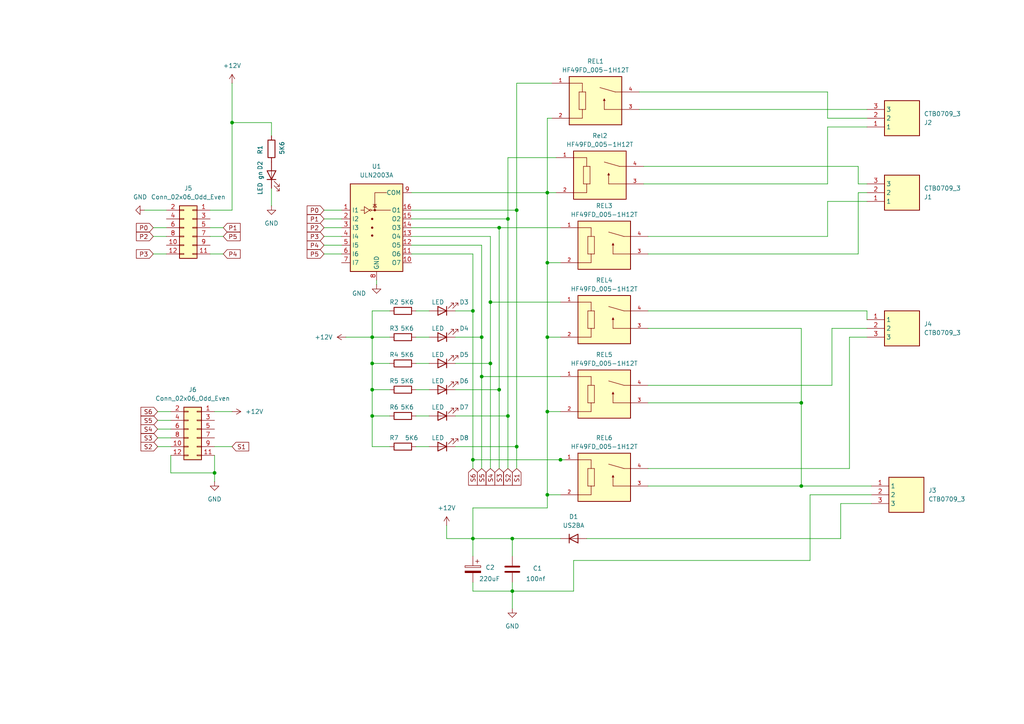
<source format=kicad_sch>
(kicad_sch (version 20250114) (generator "eeschema") (generator_version "9.0")
  (paper "A4")
  (title_block (date "2025-08-10") (rev "A1"))
  (lib_symbols
    (symbol "Connector_Generic:Conn_02x06_Odd_Even" (pin_names (offset 1.016) (hide yes))
      (property "Reference" "J" (at 1.27 7.62 0))
      (property "Value" "Conn_02x06_Odd_Even" (at 1.27 -10.16 0))
      (symbol "Conn_02x06_Odd_Even_1_1"
        (rectangle (start -1.27 6.35) (end 3.81 -8.89) (stroke (width 0.254)) (fill (type background)))
        (rectangle (start -1.27 5.207) (end 0 4.953) (stroke (width 0.1524)))
        (rectangle (start -1.27 2.667) (end 0 2.413) (stroke (width 0.1524)))
        (rectangle (start -1.27 0.127) (end 0 -0.127) (stroke (width 0.1524)))
        (rectangle (start -1.27 -2.413) (end 0 -2.667) (stroke (width 0.1524)))
        (rectangle (start -1.27 -4.953) (end 0 -5.207) (stroke (width 0.1524)))
        (rectangle (start -1.27 -7.493) (end 0 -7.747) (stroke (width 0.1524)))
        (rectangle (start 3.81 5.207) (end 2.54 4.953) (stroke (width 0.1524)))
        (rectangle (start 3.81 2.667) (end 2.54 2.413) (stroke (width 0.1524)))
        (rectangle (start 3.81 0.127) (end 2.54 -0.127) (stroke (width 0.1524)))
        (rectangle (start 3.81 -2.413) (end 2.54 -2.667) (stroke (width 0.1524)))
        (rectangle (start 3.81 -4.953) (end 2.54 -5.207) (stroke (width 0.1524)))
        (rectangle (start 3.81 -7.493) (end 2.54 -7.747) (stroke (width 0.1524)))
        (pin passive line (at -5.08 5.08 0) (length 3.81) (name "Pin_1") (number "1"))
        (pin passive line (at -5.08 2.54 0) (length 3.81) (name "Pin_3") (number "3"))
        (pin passive line (at -5.08 0 0) (length 3.81) (name "Pin_5") (number "5"))
        (pin passive line (at -5.08 -2.54 0) (length 3.81) (name "Pin_7") (number "7"))
        (pin passive line (at -5.08 -5.08 0) (length 3.81) (name "Pin_9") (number "9"))
        (pin passive line (at -5.08 -7.62 0) (length 3.81) (name "Pin_11") (number "11"))
        (pin passive line (at 7.62 5.08 180) (length 3.81) (name "Pin_2") (number "2"))
        (pin passive line (at 7.62 2.54 180) (length 3.81) (name "Pin_4") (number "4"))
        (pin passive line (at 7.62 0 180) (length 3.81) (name "Pin_6") (number "6"))
        (pin passive line (at 7.62 -2.54 180) (length 3.81) (name "Pin_8") (number "8"))
        (pin passive line (at 7.62 -5.08 180) (length 3.81) (name "Pin_10") (number "10"))
        (pin passive line (at 7.62 -7.62 180) (length 3.81) (name "Pin_12") (number "12"))
      )
    )
    (symbol "Device:C" (pin_numbers (hide yes)) (pin_names (offset 0.254))
      (property "Reference" "C" (at 0.635 2.54 0))
      (property "Value" "C" (at 0.635 -2.54 0))
      (symbol "C_0_1"
        (polyline (pts (xy -2.032 0.762) (xy 2.032 0.762)) (stroke (width 0.508)))
        (polyline (pts (xy -2.032 -0.762) (xy 2.032 -0.762)) (stroke (width 0.508)))
      )
      (symbol "C_1_1"
        (pin passive line (at 0 3.81 270) (length 2.794) (name "~") (number "1"))
        (pin passive line (at 0 -3.81 90) (length 2.794) (name "~") (number "2"))
      )
    )
    (symbol "Device:C_Polarized" (pin_numbers (hide yes)) (pin_names (offset 0.254))
      (property "Reference" "C" (at 0.635 2.54 0))
      (property "Value" "C_Polarized" (at 0.635 -2.54 0))
      (symbol "C_Polarized_0_1"
        (rectangle (start -2.286 0.508) (end 2.286 1.016))
        (polyline (pts (xy -1.778 2.286) (xy -0.762 2.286)))
        (polyline (pts (xy -1.27 2.794) (xy -1.27 1.778)))
        (rectangle (start 2.286 -0.508) (end -2.286 -1.016) (fill (type outline)))
      )
      (symbol "C_Polarized_1_1"
        (pin passive line (at 0 3.81 270) (length 2.794) (name "~") (number "1"))
        (pin passive line (at 0 -3.81 90) (length 2.794) (name "~") (number "2"))
      )
    )
    (symbol "Device:LED" (pin_numbers (hide yes)) (pin_names (offset 1.016) (hide yes))
      (property "Reference" "D" (at 0 2.54 0))
      (property "Value" "LED" (at 0 -2.54 0))
      (symbol "LED_0_1"
        (polyline (pts (xy -3.048 -0.762) (xy -4.572 -2.286) (xy -3.81 -2.286) (xy -4.572 -2.286) (xy -4.572 -1.524)))
        (polyline (pts (xy -1.778 -0.762) (xy -3.302 -2.286) (xy -2.54 -2.286) (xy -3.302 -2.286) (xy -3.302 -1.524)))
        (polyline (pts (xy -1.27 0) (xy 1.27 0)))
        (polyline (pts (xy -1.27 -1.27) (xy -1.27 1.27)) (stroke (width 0.254)))
        (polyline (pts (xy 1.27 -1.27) (xy 1.27 1.27) (xy -1.27 0) (xy 1.27 -1.27)) (stroke (width 0.254)))
      )
      (symbol "LED_1_1"
        (pin passive line (at -3.81 0 0) (length 2.54) (name "K") (number "1"))
        (pin passive line (at 3.81 0 180) (length 2.54) (name "A") (number "2"))
      )
    )
    (symbol "Device:R" (pin_numbers (hide yes)) (pin_names (offset 0))
      (property "Reference" "R" (at 2.032 0 90))
      (property "Value" "R" (at 0 0 90))
      (symbol "R_0_1"
        (rectangle (start -1.016 -2.54) (end 1.016 2.54) (stroke (width 0.254)))
      )
      (symbol "R_1_1"
        (pin passive line (at 0 3.81 270) (length 1.27) (name "~") (number "1"))
        (pin passive line (at 0 -3.81 90) (length 1.27) (name "~") (number "2"))
      )
    )
    (symbol "Diode:US2BA" (pin_numbers (hide yes)) (pin_names (hide yes))
      (property "Reference" "D" (at 0 2.54 0))
      (property "Value" "US2BA" (at 0 -2.54 0))
      (symbol "US2BA_0_1"
        (polyline (pts (xy -1.27 1.27) (xy -1.27 -1.27)) (stroke (width 0.254)))
        (polyline (pts (xy 1.27 1.27) (xy 1.27 -1.27) (xy -1.27 0) (xy 1.27 1.27)) (stroke (width 0.254)))
        (polyline (pts (xy 1.27 0) (xy -1.27 0)))
      )
      (symbol "US2BA_1_1"
        (pin passive line (at -3.81 0 0) (length 2.54) (name "K") (number "1"))
        (pin passive line (at 3.81 0 180) (length 2.54) (name "A") (number "2"))
      )
    )
    (symbol "LED_1" (pin_numbers (hide yes)) (pin_names (offset 1.016) (hide yes))
      (property "Reference" "D" (at 0 2.54 0))
      (property "Value" "LED" (at 0 -2.54 0))
      (symbol "LED_1_0_1"
        (polyline (pts (xy -3.048 -0.762) (xy -4.572 -2.286) (xy -3.81 -2.286) (xy -4.572 -2.286) (xy -4.572 -1.524)))
        (polyline (pts (xy -1.778 -0.762) (xy -3.302 -2.286) (xy -2.54 -2.286) (xy -3.302 -2.286) (xy -3.302 -1.524)))
        (polyline (pts (xy -1.27 0) (xy 1.27 0)))
        (polyline (pts (xy -1.27 -1.27) (xy -1.27 1.27)) (stroke (width 0.254)))
        (polyline (pts (xy 1.27 -1.27) (xy 1.27 1.27) (xy -1.27 0) (xy 1.27 -1.27)) (stroke (width 0.254)))
      )
      (symbol "LED_1_1_1"
        (pin passive line (at -3.81 0 0) (length 2.54) (name "K") (number "1"))
        (pin passive line (at 3.81 0 180) (length 2.54) (name "A") (number "2"))
      )
    )
    (symbol "My_Library:CTB0709_3"
      (property "Reference" "J" (at 16.51 7.62 0))
      (property "Value" "CTB0709_3" (at 16.51 5.08 0))
      (symbol "CTB0709_3_1_1"
        (rectangle (start 5.08 2.54) (end 15.24 -7.62) (stroke (width 0.254)) (fill (type background)))
        (pin passive line (at 0 0 0) (length 5.08) (name "1") (number "1"))
        (pin passive line (at 0 -2.54 0) (length 5.08) (name "2") (number "2"))
        (pin passive line (at 0 -5.08 0) (length 5.08) (name "3") (number "3"))
      )
    )
    (symbol "My_Library:HF49FD_005-1H12T" (pin_names (offset 1.016))
      (property "Reference" "K" (at -7.62 7.62 0))
      (property "Value" "HF49FD_005-1H12T" (at -7.62 -7.62 0))
      (symbol "HF49FD_005-1H12T_0_0"
        (polyline (pts (xy -7.62 5.08) (xy -3.81 5.08)) (stroke (width 0.1524)))
        (polyline (pts (xy -7.62 -5.08) (xy -3.81 -5.08)) (stroke (width 0.1524)))
        (rectangle (start -7.62 -6.985) (end 7.62 6.985) (stroke (width 0.254)) (fill (type background)))
        (polyline (pts (xy -4.7625 2.54) (xy -2.8575 2.54)) (stroke (width 0.1524)))
        (polyline (pts (xy -4.7625 -2.54) (xy -4.7625 2.54)) (stroke (width 0.1524)))
        (polyline (pts (xy -3.81 5.08) (xy -3.81 2.54)) (stroke (width 0.1524)))
        (polyline (pts (xy -3.81 -2.54) (xy -4.7625 -2.54)) (stroke (width 0.1524)))
        (polyline (pts (xy -3.81 -5.08) (xy -3.81 -2.54)) (stroke (width 0.1524)))
        (polyline (pts (xy -2.8575 2.54) (xy -2.8575 -2.54)) (stroke (width 0.1524)))
        (polyline (pts (xy -2.8575 -2.54) (xy -3.81 -2.54)) (stroke (width 0.1524)))
        (polyline (pts (xy 2.2225 0) (xy 2.8575 0) (xy 2.54 0.635) (xy 2.2225 0)) (stroke (width 0.0254)) (fill (type outline)))
        (polyline (pts (xy 2.54 -2.54) (xy 2.54 0)) (stroke (width 0.1524)))
        (polyline (pts (xy 5.715 2.54) (xy 1.27 3.81)) (stroke (width 0.1524)))
        (polyline (pts (xy 7.62 2.54) (xy 5.715 2.54)) (stroke (width 0.1524)))
        (polyline (pts (xy 7.62 -2.54) (xy 2.54 -2.54)) (stroke (width 0.1524)))
        (pin passive line (at -12.7 5.08 0) (length 5.08) (name "~") (number "1"))
        (pin passive line (at -12.7 -5.08 0) (length 5.08) (name "~") (number "2"))
        (pin passive line (at 12.7 2.54 180) (length 5.08) (name "~") (number "4"))
        (pin passive line (at 12.7 -2.54 180) (length 5.08) (name "~") (number "3"))
      )
    )
    (symbol "Transistor_Array:ULN2003A"
      (property "Reference" "U" (at 0 15.875 0))
      (property "Value" "ULN2003A" (at 0 13.97 0))
      (symbol "ULN2003A_0_1"
        (rectangle (start -7.62 -12.7) (end 7.62 12.7) (stroke (width 0.254)) (fill (type background)))
        (polyline (pts (xy -4.572 5.08) (xy -3.556 5.08)))
        (polyline (pts (xy -3.556 6.096) (xy -3.556 4.064) (xy -2.032 5.08) (xy -3.556 6.096)))
        (circle (center -1.778 5.08) (radius 0.254))
        (polyline (pts (xy -1.524 5.08) (xy 4.064 5.08)))
        (circle (center -1.27 2.54) (radius 0.254) (fill (type outline)))
        (circle (center -1.27 0) (radius 0.254) (fill (type outline)))
        (circle (center -1.27 -2.286) (radius 0.254) (fill (type outline)))
        (circle (center -0.508 5.08) (radius 0.254) (fill (type outline)))
        (polyline (pts (xy -0.508 5.08) (xy -0.508 10.16) (xy 2.921 10.16)))
        (polyline (pts (xy 0 6.731) (xy -1.016 6.731)))
        (polyline (pts (xy 0 5.969) (xy -1.016 5.969) (xy -0.508 6.731) (xy 0 5.969)))
      )
      (symbol "ULN2003A_1_1"
        (pin input line (at -10.16 5.08 0) (length 2.54) (name "I1") (number "1"))
        (pin input line (at -10.16 2.54 0) (length 2.54) (name "I2") (number "2"))
        (pin input line (at -10.16 0 0) (length 2.54) (name "I3") (number "3"))
        (pin input line (at -10.16 -2.54 0) (length 2.54) (name "I4") (number "4"))
        (pin input line (at -10.16 -5.08 0) (length 2.54) (name "I5") (number "5"))
        (pin input line (at -10.16 -7.62 0) (length 2.54) (name "I6") (number "6"))
        (pin input line (at -10.16 -10.16 0) (length 2.54) (name "I7") (number "7"))
        (pin power_in line (at 0 -15.24 90) (length 2.54) (name "GND") (number "8"))
        (pin passive line (at 10.16 10.16 180) (length 2.54) (name "COM") (number "9"))
        (pin open_collector line (at 10.16 5.08 180) (length 2.54) (name "O1") (number "16"))
        (pin open_collector line (at 10.16 2.54 180) (length 2.54) (name "O2") (number "15"))
        (pin open_collector line (at 10.16 0 180) (length 2.54) (name "O3") (number "14"))
        (pin open_collector line (at 10.16 -2.54 180) (length 2.54) (name "O4") (number "13"))
        (pin open_collector line (at 10.16 -5.08 180) (length 2.54) (name "O5") (number "12"))
        (pin open_collector line (at 10.16 -7.62 180) (length 2.54) (name "O6") (number "11"))
        (pin open_collector line (at 10.16 -10.16 180) (length 2.54) (name "O7") (number "10"))
      )
    )
    (symbol "power:+12V" (power) (pin_numbers (hide yes)) (pin_names (offset 0) (hide yes))
      (property "Value" "+12V" (at 0 3.556 0))
      (symbol "+12V_0_1"
        (polyline (pts (xy -0.762 1.27) (xy 0 2.54)))
        (polyline (pts (xy 0 2.54) (xy 0.762 1.27)))
        (polyline (pts (xy 0 0) (xy 0 2.54)))
      )
      (symbol "+12V_1_1"
        (pin power_in line (at 0 0 90) (length 0) (name "~") (number "1"))
      )
    )
    (symbol "power:GND" (power) (pin_numbers (hide yes)) (pin_names (offset 0) (hide yes))
      (property "Value" "GND" (at 0 -3.81 0))
      (symbol "GND_0_1"
        (polyline (pts (xy 0 0) (xy 0 -1.27) (xy 1.27 -1.27) (xy 0 -2.54) (xy -1.27 -1.27) (xy 0 -1.27)))
      )
      (symbol "GND_1_1"
        (pin power_in line (at 0 0 270) (length 0) (name "~") (number "1"))
      )
    )
  )
  (junction (at 142.24 105.41))
  (junction (at 62.23 137.16))
  (junction (at 158.75 76.2))
  (junction (at 162.56 133.35))
  (junction (at 158.75 143.51))
  (junction (at 148.59 156.21))
  (junction (at 158.75 55.88))
  (junction (at 107.95 105.41))
  (junction (at 158.75 119.38))
  (junction (at 67.31 35.56))
  (junction (at 137.16 90.17))
  (junction (at 147.32 63.5))
  (junction (at 107.95 113.03))
  (junction (at 139.7 109.22))
  (junction (at 144.78 113.03))
  (junction (at 107.95 97.79))
  (junction (at 147.32 120.65))
  (junction (at 137.16 156.21))
  (junction (at 137.16 133.35))
  (junction (at 148.59 171.45))
  (junction (at 142.24 87.63))
  (junction (at 144.78 66.04))
  (junction (at 158.75 97.79))
  (junction (at 232.41 116.84))
  (junction (at 149.86 129.54))
  (junction (at 107.95 120.65))
  (junction (at 232.41 140.97))
  (junction (at 149.86 60.96))
  (junction (at 139.7 97.79))
  (wire (pts (xy 62.23 119.38) (xy 67.31 119.38)))
  (wire (pts (xy 139.7 97.79) (xy 139.7 109.22)))
  (wire (pts (xy 119.38 68.58) (xy 142.24 68.58)))
  (wire (pts (xy 243.84 146.05) (xy 252.73 146.05)))
  (wire (pts (xy 187.96 90.17) (xy 251.46 90.17)))
  (wire (pts (xy 147.32 63.5) (xy 147.32 120.65)))
  (wire (pts (xy 186.69 48.26) (xy 248.92 48.26)))
  (wire (pts (xy 147.32 45.72) (xy 147.32 63.5)))
  (wire (pts (xy 49.53 132.08) (xy 49.53 137.16)))
  (wire (pts (xy 132.08 105.41) (xy 142.24 105.41)))
  (wire (pts (xy 246.38 135.89) (xy 246.38 97.79)))
  (wire (pts (xy 45.72 127) (xy 49.53 127)))
  (wire (pts (xy 243.84 156.21) (xy 243.84 146.05)))
  (wire (pts (xy 139.7 71.12) (xy 119.38 71.12)))
  (wire (pts (xy 240.03 36.83) (xy 251.46 36.83)))
  (wire (pts (xy 149.86 135.89) (xy 149.86 129.54)))
  (wire (pts (xy 67.31 35.56) (xy 67.31 60.96)))
  (wire (pts (xy 144.78 66.04) (xy 162.56 66.04)))
  (wire (pts (xy 240.03 53.34) (xy 240.03 36.83)))
  (wire (pts (xy 62.23 132.08) (xy 62.23 137.16)))
  (wire (pts (xy 119.38 60.96) (xy 149.86 60.96)))
  (wire (pts (xy 187.96 73.66) (xy 248.92 73.66)))
  (wire (pts (xy 137.16 73.66) (xy 119.38 73.66)))
  (wire (pts (xy 107.95 105.41) (xy 113.03 105.41)))
  (wire (pts (xy 78.74 35.56) (xy 78.74 39.37)))
  (wire (pts (xy 148.59 156.21) (xy 162.56 156.21)))
  (wire (pts (xy 142.24 68.58) (xy 142.24 87.63)))
  (wire (pts (xy 78.74 54.61) (xy 78.74 59.69)))
  (wire (pts (xy 107.95 97.79) (xy 113.03 97.79)))
  (wire (pts (xy 93.98 63.5) (xy 99.06 63.5)))
  (wire (pts (xy 93.98 71.12) (xy 99.06 71.12)))
  (wire (pts (xy 119.38 63.5) (xy 147.32 63.5)))
  (wire (pts (xy 129.54 152.4) (xy 129.54 156.21)))
  (wire (pts (xy 232.41 95.25) (xy 232.41 116.84)))
  (wire (pts (xy 240.03 26.67) (xy 240.03 34.29)))
  (wire (pts (xy 120.65 97.79) (xy 124.46 97.79)))
  (wire (pts (xy 158.75 119.38) (xy 158.75 143.51)))
  (wire (pts (xy 93.98 68.58) (xy 99.06 68.58)))
  (wire (pts (xy 119.38 55.88) (xy 158.75 55.88)))
  (wire (pts (xy 248.92 55.88) (xy 248.92 73.66)))
  (wire (pts (xy 144.78 113.03) (xy 144.78 135.89)))
  (wire (pts (xy 120.65 120.65) (xy 124.46 120.65)))
  (wire (pts (xy 137.16 90.17) (xy 137.16 133.35)))
  (wire (pts (xy 60.96 68.58) (xy 64.77 68.58)))
  (wire (pts (xy 129.54 156.21) (xy 137.16 156.21)))
  (wire (pts (xy 185.42 31.75) (xy 251.46 31.75)))
  (wire (pts (xy 158.75 147.32) (xy 158.75 143.51)))
  (wire (pts (xy 45.72 119.38) (xy 49.53 119.38)))
  (wire (pts (xy 248.92 55.88) (xy 251.46 55.88)))
  (wire (pts (xy 149.86 24.13) (xy 160.02 24.13)))
  (wire (pts (xy 162.56 133.35) (xy 137.16 133.35)))
  (wire (pts (xy 132.08 90.17) (xy 137.16 90.17)))
  (wire (pts (xy 41.91 60.96) (xy 48.26 60.96)))
  (wire (pts (xy 187.96 95.25) (xy 232.41 95.25)))
  (wire (pts (xy 187.96 68.58) (xy 240.03 68.58)))
  (wire (pts (xy 240.03 68.58) (xy 240.03 58.42)))
  (wire (pts (xy 44.45 73.66) (xy 48.26 73.66)))
  (wire (pts (xy 160.02 34.29) (xy 158.75 34.29)))
  (wire (pts (xy 142.24 87.63) (xy 162.56 87.63)))
  (wire (pts (xy 109.22 81.28) (xy 109.22 82.55)))
  (wire (pts (xy 45.72 121.92) (xy 49.53 121.92)))
  (wire (pts (xy 142.24 87.63) (xy 142.24 105.41)))
  (wire (pts (xy 158.75 76.2) (xy 162.56 76.2)))
  (wire (pts (xy 158.75 119.38) (xy 162.56 119.38)))
  (wire (pts (xy 252.73 143.51) (xy 234.95 143.51)))
  (wire (pts (xy 166.37 171.45) (xy 148.59 171.45)))
  (wire (pts (xy 148.59 168.91) (xy 148.59 171.45)))
  (wire (pts (xy 119.38 66.04) (xy 144.78 66.04)))
  (wire (pts (xy 137.16 156.21) (xy 137.16 161.29)))
  (wire (pts (xy 148.59 171.45) (xy 148.59 176.53)))
  (wire (pts (xy 137.16 156.21) (xy 148.59 156.21)))
  (wire (pts (xy 232.41 116.84) (xy 232.41 140.97)))
  (wire (pts (xy 137.16 90.17) (xy 137.16 73.66)))
  (wire (pts (xy 158.75 147.32) (xy 137.16 147.32)))
  (wire (pts (xy 120.65 113.03) (xy 124.46 113.03)))
  (wire (pts (xy 60.96 60.96) (xy 67.31 60.96)))
  (wire (pts (xy 149.86 129.54) (xy 149.86 60.96)))
  (wire (pts (xy 60.96 66.04) (xy 64.77 66.04)))
  (wire (pts (xy 149.86 60.96) (xy 149.86 24.13)))
  (wire (pts (xy 107.95 113.03) (xy 107.95 120.65)))
  (wire (pts (xy 120.65 90.17) (xy 124.46 90.17)))
  (wire (pts (xy 93.98 73.66) (xy 99.06 73.66)))
  (wire (pts (xy 137.16 168.91) (xy 137.16 171.45)))
  (wire (pts (xy 187.96 116.84) (xy 232.41 116.84)))
  (wire (pts (xy 139.7 109.22) (xy 162.56 109.22)))
  (wire (pts (xy 248.92 53.34) (xy 251.46 53.34)))
  (wire (pts (xy 251.46 90.17) (xy 251.46 92.71)))
  (wire (pts (xy 166.37 162.56) (xy 234.95 162.56)))
  (wire (pts (xy 60.96 73.66) (xy 64.77 73.66)))
  (wire (pts (xy 45.72 124.46) (xy 49.53 124.46)))
  (wire (pts (xy 132.08 129.54) (xy 149.86 129.54)))
  (wire (pts (xy 132.08 97.79) (xy 139.7 97.79)))
  (wire (pts (xy 62.23 129.54) (xy 67.31 129.54)))
  (wire (pts (xy 161.29 45.72) (xy 147.32 45.72)))
  (wire (pts (xy 246.38 97.79) (xy 251.46 97.79)))
  (wire (pts (xy 100.33 97.79) (xy 107.95 97.79)))
  (wire (pts (xy 232.41 140.97) (xy 252.73 140.97)))
  (wire (pts (xy 234.95 143.51) (xy 234.95 162.56)))
  (wire (pts (xy 241.3 95.25) (xy 251.46 95.25)))
  (wire (pts (xy 107.95 120.65) (xy 113.03 120.65)))
  (wire (pts (xy 147.32 120.65) (xy 147.32 135.89)))
  (wire (pts (xy 158.75 34.29) (xy 158.75 55.88)))
  (wire (pts (xy 132.08 113.03) (xy 144.78 113.03)))
  (wire (pts (xy 137.16 147.32) (xy 137.16 156.21)))
  (wire (pts (xy 240.03 58.42) (xy 251.46 58.42)))
  (wire (pts (xy 186.69 53.34) (xy 240.03 53.34)))
  (wire (pts (xy 166.37 162.56) (xy 166.37 171.45)))
  (wire (pts (xy 158.75 97.79) (xy 158.75 119.38)))
  (wire (pts (xy 107.95 129.54) (xy 113.03 129.54)))
  (wire (pts (xy 107.95 97.79) (xy 107.95 105.41)))
  (wire (pts (xy 93.98 60.96) (xy 99.06 60.96)))
  (wire (pts (xy 62.23 137.16) (xy 49.53 137.16)))
  (wire (pts (xy 107.95 90.17) (xy 107.95 97.79)))
  (wire (pts (xy 139.7 135.89) (xy 139.7 109.22)))
  (wire (pts (xy 137.16 133.35) (xy 137.16 135.89)))
  (wire (pts (xy 107.95 113.03) (xy 113.03 113.03)))
  (wire (pts (xy 158.75 55.88) (xy 158.75 76.2)))
  (wire (pts (xy 44.45 66.04) (xy 48.26 66.04)))
  (wire (pts (xy 240.03 34.29) (xy 251.46 34.29)))
  (wire (pts (xy 187.96 140.97) (xy 232.41 140.97)))
  (wire (pts (xy 158.75 76.2) (xy 158.75 97.79)))
  (wire (pts (xy 67.31 35.56) (xy 78.74 35.56)))
  (wire (pts (xy 67.31 24.13) (xy 67.31 35.56)))
  (wire (pts (xy 62.23 137.16) (xy 62.23 139.7)))
  (wire (pts (xy 107.95 120.65) (xy 107.95 129.54)))
  (wire (pts (xy 163.83 133.35) (xy 162.56 133.35)))
  (wire (pts (xy 248.92 48.26) (xy 248.92 53.34)))
  (wire (pts (xy 113.03 90.17) (xy 107.95 90.17)))
  (wire (pts (xy 241.3 111.76) (xy 241.3 95.25)))
  (wire (pts (xy 187.96 111.76) (xy 241.3 111.76)))
  (wire (pts (xy 139.7 71.12) (xy 139.7 97.79)))
  (wire (pts (xy 45.72 129.54) (xy 49.53 129.54)))
  (wire (pts (xy 187.96 135.89) (xy 246.38 135.89)))
  (wire (pts (xy 148.59 156.21) (xy 148.59 161.29)))
  (wire (pts (xy 132.08 120.65) (xy 147.32 120.65)))
  (wire (pts (xy 120.65 129.54) (xy 124.46 129.54)))
  (wire (pts (xy 142.24 105.41) (xy 142.24 135.89)))
  (wire (pts (xy 144.78 66.04) (xy 144.78 113.03)))
  (wire (pts (xy 44.45 68.58) (xy 48.26 68.58)))
  (wire (pts (xy 120.65 105.41) (xy 124.46 105.41)))
  (wire (pts (xy 158.75 97.79) (xy 162.56 97.79)))
  (wire (pts (xy 185.42 26.67) (xy 240.03 26.67)))
  (wire (pts (xy 93.98 66.04) (xy 99.06 66.04)))
  (wire (pts (xy 107.95 105.41) (xy 107.95 113.03)))
  (wire (pts (xy 170.18 156.21) (xy 243.84 156.21)))
  (wire (pts (xy 148.59 171.45) (xy 137.16 171.45)))
  (wire (pts (xy 158.75 143.51) (xy 162.56 143.51)))
  (wire (pts (xy 158.75 55.88) (xy 161.29 55.88)))
  (global_label "S2" (shape input) (at 147.32 135.89 270) (property "Intersheetrefs" "${INTERSHEET_REFS}" (effects (hide yes))))
  (global_label "S3" (shape input) (at 45.72 127 180) (property "Intersheetrefs" "${INTERSHEET_REFS}" (effects (hide yes))))
  (global_label "P3" (shape input) (at 44.45 73.66 180) (property "Intersheetrefs" "${INTERSHEET_REFS}" (effects (hide yes))))
  (global_label "S6" (shape input) (at 137.16 135.89 270) (property "Intersheetrefs" "${INTERSHEET_REFS}" (effects (hide yes))))
  (global_label "S6" (shape input) (at 45.72 119.38 180) (property "Intersheetrefs" "${INTERSHEET_REFS}" (effects (hide yes))))
  (global_label "P4" (shape input) (at 93.98 71.12 180) (property "Intersheetrefs" "${INTERSHEET_REFS}" (effects (hide yes))))
  (global_label "S2" (shape input) (at 45.72 129.54 180) (property "Intersheetrefs" "${INTERSHEET_REFS}" (effects (hide yes))))
  (global_label "P0" (shape input) (at 93.98 60.96 180) (property "Intersheetrefs" "${INTERSHEET_REFS}" (effects (hide yes))))
  (global_label "P5" (shape input) (at 64.77 68.58 0) (property "Intersheetrefs" "${INTERSHEET_REFS}" (effects (hide yes))))
  (global_label "P0" (shape input) (at 44.45 66.04 180) (property "Intersheetrefs" "${INTERSHEET_REFS}" (effects (hide yes))))
  (global_label "S3" (shape input) (at 144.78 135.89 270) (property "Intersheetrefs" "${INTERSHEET_REFS}" (effects (hide yes))))
  (global_label "S4" (shape input) (at 142.24 135.89 270) (property "Intersheetrefs" "${INTERSHEET_REFS}" (effects (hide yes))))
  (global_label "P5" (shape input) (at 93.98 73.66 180) (property "Intersheetrefs" "${INTERSHEET_REFS}" (effects (hide yes))))
  (global_label "S4" (shape input) (at 45.72 124.46 180) (property "Intersheetrefs" "${INTERSHEET_REFS}" (effects (hide yes))))
  (global_label "P3" (shape input) (at 93.98 68.58 180) (property "Intersheetrefs" "${INTERSHEET_REFS}" (effects (hide yes))))
  (global_label "S5" (shape input) (at 139.7 135.89 270) (property "Intersheetrefs" "${INTERSHEET_REFS}" (effects (hide yes))))
  (global_label "P2" (shape input) (at 44.45 68.58 180) (property "Intersheetrefs" "${INTERSHEET_REFS}" (effects (hide yes))))
  (global_label "P2" (shape input) (at 93.98 66.04 180) (property "Intersheetrefs" "${INTERSHEET_REFS}" (effects (hide yes))))
  (global_label "S1" (shape input) (at 67.31 129.54 0) (property "Intersheetrefs" "${INTERSHEET_REFS}" (effects (hide yes))))
  (global_label "P1" (shape input) (at 93.98 63.5 180) (property "Intersheetrefs" "${INTERSHEET_REFS}" (effects (hide yes))))
  (global_label "P1" (shape input) (at 64.77 66.04 0) (property "Intersheetrefs" "${INTERSHEET_REFS}" (effects (hide yes))))
  (global_label "S5" (shape input) (at 45.72 121.92 180) (property "Intersheetrefs" "${INTERSHEET_REFS}" (effects (hide yes))))
  (global_label "P4" (shape input) (at 64.77 73.66 0) (property "Intersheetrefs" "${INTERSHEET_REFS}" (effects (hide yes))))
  (global_label "S1" (shape input) (at 149.86 135.89 270) (property "Intersheetrefs" "${INTERSHEET_REFS}" (effects (hide yes))))
  (symbol (lib_id "My_Library:HF49FD_005-1H12T") (at 175.26 71.12 0) (unit 1)
    (property "Reference" "REL3" (at 175.26 59.69 0))
    (property "Value" "HF49FD_005-1H12T" (at 175.26 62.23 0))
    (property "Footprint" "MYlib_GLOBAL:HF49FD_0xx1H12T" (effects (hide yes)))
    (property "Description" "Relays  1 pole 0n/off 5-24V DC/ 220VAC/DC 5A" (effects (hide yes)))
    (property "MF" "Hongfa" (effects (hide yes)))
    (property "MAXIMUM_PACKAGE_HEIGHT" "12.80mm" (effects (hide yes)))
    (property "Package" "None" (effects (hide yes)))
    (property "Price" "None" (effects (hide yes)))
    (property "Check_prices" "https://www.snapeda.com/parts/HF49FD/005-1H12T/Hongfa/view-part/?ref=eda" (effects (hide yes)))
    (property "STANDARD" "Manufacturer Recommendations" (effects (hide yes)))
    (property "PARTREV" "1.13" (effects (hide yes)))
    (property "SnapEDA_Link" "https://www.snapeda.com/parts/HF49FD/005-1H12T/Hongfa/view-part/?ref=snap" (effects (hide yes)))
    (property "MP" "HF49FD/0xx-1H12T" (effects (hide yes)))
    (property "Description_1" "\nRelay: electromagnetic; SPST-NO; Ucoil: 5/12/24VDC; 5A/250VAC; 5A/30VDC\n" (effects (hide yes)))
    (property "Availability" "In Stock" (effects (hide yes)))
    (property "MANUFACTURER" "HONGFA" (effects (hide yes)))
  )
  (symbol (lib_name "LED_1") (lib_id "Device:LED") (at 128.27 105.41 180) (unit 1)
    (property "Reference" "D5" (at 134.62 102.87 0))
    (property "Value" "LED" (at 127 102.87 0))
    (property "Footprint" "LED_SMD:LED_0603_1608Metric" (effects (hide yes)))
    (property "Description" "Light emitting diode" (effects (hide yes)))
    (property "Sim.Pins" "1=K 2=A" (effects (hide yes)))
  )
  (symbol (lib_id "Connector_Generic:Conn_02x06_Odd_Even") (at 55.88 66.04 0) (mirror y) (unit 1)
    (property "Reference" "J5" (at 54.61 54.61 0))
    (property "Value" "Conn_02x06_Odd_Even" (at 54.61 57.15 0))
    (property "Footprint" "Connector_PinHeader_2.54mm:PinHeader_2x06_P2.54mm_Vertical" (effects (hide yes)))
    (property "Description" "Generic connector, double row, 02x06, odd/even pin numbering scheme (row 1 odd numbers, row 2 even numbers), script generated (kicad-library-utils/schlib/autogen/connector/)" (effects (hide yes)))
  )
  (symbol (lib_name "LED_1") (lib_id "Device:LED") (at 128.27 97.79 180) (unit 1)
    (property "Reference" "D4" (at 134.62 95.25 0))
    (property "Value" "LED" (at 127 95.25 0))
    (property "Footprint" "LED_SMD:LED_0603_1608Metric" (effects (hide yes)))
    (property "Description" "Light emitting diode" (effects (hide yes)))
    (property "Sim.Pins" "1=K 2=A" (effects (hide yes)))
  )
  (symbol (lib_id "Device:R") (at 116.84 90.17 90) (unit 1)
    (property "Reference" "R2" (at 114.3 87.63 90))
    (property "Value" "5K6" (at 118.11 87.63 90))
    (property "Footprint" "Resistor_SMD:R_0603_1608Metric_Pad0.98x0.95mm_HandSolder" (effects (hide yes)))
    (property "Description" "Resistor" (effects (hide yes)))
  )
  (symbol (lib_id "Diode:US2BA") (at 166.37 156.21 0) (mirror x) (unit 1)
    (property "Reference" "D1" (at 166.37 149.86 0))
    (property "Value" "US2BA" (at 166.37 152.4 0))
    (property "Footprint" "Diode_SMD:D_SMA" (effects (hide yes)))
    (property "Datasheet" "https://www.onsemi.com/pub/Collateral/US2AA-D.PDF" (effects (hide yes)))
    (property "Description" "100V, 1.5A, General Purpose Rectifier Diode, SMA(DO-214AC)" (effects (hide yes)))
    (property "Sim.Device" "D" (effects (hide yes)))
    (property "Sim.Pins" "1=K 2=A" (effects (hide yes)))
  )
  (symbol (lib_id "Device:R") (at 116.84 97.79 90) (unit 1)
    (property "Reference" "R3" (at 114.3 95.25 90))
    (property "Value" "5K6" (at 118.11 95.25 90))
    (property "Footprint" "Resistor_SMD:R_0603_1608Metric_Pad0.98x0.95mm_HandSolder" (effects (hide yes)))
    (property "Description" "Resistor" (effects (hide yes)))
  )
  (symbol (lib_id "My_Library:CTB0709_3") (at 252.73 140.97 0) (unit 1)
    (property "Reference" "J3" (at 269.24 142.2399 0) (effects (justify left)))
    (property "Value" "CTB0709_3" (at 269.24 144.7799 0) (effects (justify left)))
    (property "Footprint" "MYlib_GLOBAL:CTB07093" (effects (hide yes)))
    (property "Datasheet" "https://www.camdenboss.com/products/datasheet/CTB0709_series_D.pdf" (effects (hide yes)))
    (property "Description" "TERMINAL BLOCK, WIRE TO BRD, 3POS, 12AWG" (effects (hide yes)))
    (property "Height" "18" (effects (hide yes)))
    (property "Manufacturer_Name" "CamdenBoss Ltd" (effects (hide yes)))
    (property "Manufacturer_Part_Number" "CTB0709/3" (effects (hide yes)))
    (property "Arrow Part Number" "CTB0709/3" (effects (hide yes)))
    (property "Arrow Price/Stock" "https://www.arrow.com/en/products/ctb07093/camdenboss-ltd" (effects (hide yes)))
  )
  (symbol (lib_id "Device:R") (at 116.84 129.54 90) (unit 1)
    (property "Reference" "R7" (at 114.3 127 90))
    (property "Value" "5K6" (at 119.38 127 90))
    (property "Footprint" "Resistor_SMD:R_0603_1608Metric_Pad0.98x0.95mm_HandSolder" (effects (hide yes)))
    (property "Description" "Resistor" (effects (hide yes)))
  )
  (symbol (lib_id "power:GND") (at 109.22 82.55 0) (unit 1)
    (property "Reference" "#PWR02" (effects (hide yes)))
    (property "Value" "GND" (at 104.14 85.09 0))
    (property "Description" "Power symbol creates a global label with name \"GND\" , ground" (effects (hide yes)))
  )
  (symbol (lib_id "Connector_Generic:Conn_02x06_Odd_Even") (at 57.15 124.46 0) (mirror y) (unit 1)
    (property "Reference" "J6" (at 55.88 113.03 0))
    (property "Value" "Conn_02x06_Odd_Even" (at 55.88 115.57 0))
    (property "Footprint" "Connector_PinHeader_2.54mm:PinHeader_2x06_P2.54mm_Vertical" (effects (hide yes)))
    (property "Description" "Generic connector, double row, 02x06, odd/even pin numbering scheme (row 1 odd numbers, row 2 even numbers), script generated (kicad-library-utils/schlib/autogen/connector/)" (effects (hide yes)))
  )
  (symbol (lib_id "Device:R") (at 116.84 120.65 90) (unit 1)
    (property "Reference" "R6" (at 114.3 118.11 90))
    (property "Value" "5K6" (at 118.11 118.11 90))
    (property "Footprint" "Resistor_SMD:R_0603_1608Metric_Pad0.98x0.95mm_HandSolder" (effects (hide yes)))
    (property "Description" "Resistor" (effects (hide yes)))
  )
  (symbol (lib_name "LED_1") (lib_id "Device:LED") (at 128.27 129.54 180) (unit 1)
    (property "Reference" "D8" (at 134.62 127 0))
    (property "Value" "LED" (at 127 127 0))
    (property "Footprint" "LED_SMD:LED_0603_1608Metric" (effects (hide yes)))
    (property "Description" "Light emitting diode" (effects (hide yes)))
    (property "Sim.Pins" "1=K 2=A" (effects (hide yes)))
  )
  (symbol (lib_id "Device:R") (at 116.84 105.41 90) (unit 1)
    (property "Reference" "R4" (at 114.3 102.87 90))
    (property "Value" "5K6" (at 118.11 102.87 90))
    (property "Footprint" "Resistor_SMD:R_0603_1608Metric_Pad0.98x0.95mm_HandSolder" (effects (hide yes)))
    (property "Description" "Resistor" (effects (hide yes)))
  )
  (symbol (lib_id "power:+12V") (at 67.31 119.38 270) (unit 1)
    (property "Reference" "#PWR07" (effects (hide yes)))
    (property "Value" "+12V" (at 71.12 119.3799 90) (effects (justify left)))
    (property "Description" "Power symbol creates a global label with name \"+12V\"" (effects (hide yes)))
  )
  (symbol (lib_id "My_Library:HF49FD_005-1H12T") (at 175.26 114.3 0) (unit 1)
    (property "Reference" "REL5" (at 175.26 102.87 0))
    (property "Value" "HF49FD_005-1H12T" (at 175.26 105.41 0))
    (property "Footprint" "MYlib_GLOBAL:HF49FD_0xx1H12T" (effects (hide yes)))
    (property "Description" "Relays  1 pole 0n/off 5-24V DC/ 220VAC/DC 5A" (effects (hide yes)))
    (property "MF" "Hongfa" (effects (hide yes)))
    (property "MAXIMUM_PACKAGE_HEIGHT" "12.80mm" (effects (hide yes)))
    (property "Package" "None" (effects (hide yes)))
    (property "Price" "None" (effects (hide yes)))
    (property "Check_prices" "https://www.snapeda.com/parts/HF49FD/005-1H12T/Hongfa/view-part/?ref=eda" (effects (hide yes)))
    (property "STANDARD" "Manufacturer Recommendations" (effects (hide yes)))
    (property "PARTREV" "1.13" (effects (hide yes)))
    (property "SnapEDA_Link" "https://www.snapeda.com/parts/HF49FD/005-1H12T/Hongfa/view-part/?ref=snap" (effects (hide yes)))
    (property "MP" "HF49FD/0xx-1H12T" (effects (hide yes)))
    (property "Description_1" "\nRelay: electromagnetic; SPST-NO; Ucoil: 5/12/24VDC; 5A/250VAC; 5A/30VDC\n" (effects (hide yes)))
    (property "Availability" "In Stock" (effects (hide yes)))
    (property "MANUFACTURER" "HONGFA" (effects (hide yes)))
  )
  (symbol (lib_id "power:GND") (at 62.23 139.7 0) (unit 1)
    (property "Reference" "#PWR04" (effects (hide yes)))
    (property "Value" "GND" (at 62.23 144.78 0))
    (property "Description" "Power symbol creates a global label with name \"GND\" , ground" (effects (hide yes)))
  )
  (symbol (lib_id "power:+12V") (at 100.33 97.79 90) (unit 1)
    (property "Reference" "#PWR09" (effects (hide yes)))
    (property "Value" "+12V" (at 96.52 97.7899 90) (effects (justify left)))
    (property "Description" "Power symbol creates a global label with name \"+12V\"" (effects (hide yes)))
  )
  (symbol (lib_id "Device:R") (at 116.84 113.03 90) (unit 1)
    (property "Reference" "R5" (at 114.3 110.49 90))
    (property "Value" "5K6" (at 118.11 110.49 90))
    (property "Footprint" "Resistor_SMD:R_0603_1608Metric_Pad0.98x0.95mm_HandSolder" (effects (hide yes)))
    (property "Description" "Resistor" (effects (hide yes)))
  )
  (symbol (lib_id "power:GND") (at 41.91 60.96 270) (unit 1)
    (property "Reference" "#PWR01" (effects (hide yes)))
    (property "Value" "GND" (at 40.64 57.15 90))
    (property "Description" "Power symbol creates a global label with name \"GND\" , ground" (effects (hide yes)))
  )
  (symbol (lib_id "power:GND") (at 78.74 59.69 0) (unit 1)
    (property "Reference" "#PWR08" (effects (hide yes)))
    (property "Value" "GND" (at 78.74 64.77 0))
    (property "Description" "Power symbol creates a global label with name \"GND\" , ground" (effects (hide yes)))
  )
  (symbol (lib_id "Device:LED") (at 78.74 50.8 90) (unit 1)
    (property "Reference" "D2" (at 75.438 48.006 0))
    (property "Value" "LED gn" (at 75.438 53.086 0))
    (property "Footprint" "LED_SMD:LED_0603_1608Metric" (effects (hide yes)))
    (property "Description" "Light emitting diode" (effects (hide yes)))
  )
  (symbol (lib_id "My_Library:CTB0709_3") (at 251.46 92.71 0) (unit 1)
    (property "Reference" "J4" (at 267.97 93.9799 0) (effects (justify left)))
    (property "Value" "CTB0709_3" (at 267.97 96.5199 0) (effects (justify left)))
    (property "Footprint" "MYlib_GLOBAL:CTB07093" (effects (hide yes)))
    (property "Datasheet" "https://www.camdenboss.com/products/datasheet/CTB0709_series_D.pdf" (effects (hide yes)))
    (property "Description" "TERMINAL BLOCK, WIRE TO BRD, 3POS, 12AWG" (effects (hide yes)))
    (property "Height" "18" (effects (hide yes)))
    (property "Manufacturer_Name" "CamdenBoss Ltd" (effects (hide yes)))
    (property "Manufacturer_Part_Number" "CTB0709/3" (effects (hide yes)))
    (property "Arrow Part Number" "CTB0709/3" (effects (hide yes)))
    (property "Arrow Price/Stock" "https://www.arrow.com/en/products/ctb07093/camdenboss-ltd" (effects (hide yes)))
  )
  (symbol (lib_id "My_Library:CTB0709_3") (at 251.46 58.42 0) (mirror x) (unit 1)
    (property "Reference" "J1" (at 267.97 57.1501 0) (effects (justify left)))
    (property "Value" "CTB0709_3" (at 267.97 54.6101 0) (effects (justify left)))
    (property "Footprint" "MYlib_GLOBAL:CTB07093" (effects (hide yes)))
    (property "Datasheet" "https://www.camdenboss.com/products/datasheet/CTB0709_series_D.pdf" (effects (hide yes)))
    (property "Description" "TERMINAL BLOCK, WIRE TO BRD, 3POS, 12AWG" (effects (hide yes)))
    (property "Height" "18" (effects (hide yes)))
    (property "Manufacturer_Name" "CamdenBoss Ltd" (effects (hide yes)))
    (property "Manufacturer_Part_Number" "CTB0709/3" (effects (hide yes)))
    (property "Arrow Part Number" "CTB0709/3" (effects (hide yes)))
    (property "Arrow Price/Stock" "https://www.arrow.com/en/products/ctb07093/camdenboss-ltd" (effects (hide yes)))
  )
  (symbol (lib_id "Device:C_Polarized") (at 137.16 165.1 0) (mirror y) (unit 1)
    (property "Reference" "C2" (at 143.51 164.592 0) (effects (justify left)))
    (property "Value" "220uF" (at 145.034 167.894 0) (effects (justify left)))
    (property "Footprint" "Capacitor_SMD:CP_Elec_8x10.5" (effects (hide yes)))
    (property "Description" "Polarized capacitor" (effects (hide yes)))
  )
  (symbol (lib_id "My_Library:HF49FD_005-1H12T") (at 173.99 50.8 0) (unit 1)
    (property "Reference" "Rel2" (at 173.99 39.37 0))
    (property "Value" "HF49FD_005-1H12T" (at 173.99 41.91 0))
    (property "Footprint" "MYlib_GLOBAL:HF49FD_0xx1H12T" (effects (hide yes)))
    (property "Description" "Relays  1 pole 0n/off 5-24V DC/ 220VAC/DC 5A" (effects (hide yes)))
    (property "MF" "Hongfa" (effects (hide yes)))
    (property "MAXIMUM_PACKAGE_HEIGHT" "12.80mm" (effects (hide yes)))
    (property "Package" "None" (effects (hide yes)))
    (property "Price" "None" (effects (hide yes)))
    (property "Check_prices" "https://www.snapeda.com/parts/HF49FD/005-1H12T/Hongfa/view-part/?ref=eda" (effects (hide yes)))
    (property "STANDARD" "Manufacturer Recommendations" (effects (hide yes)))
    (property "PARTREV" "1.13" (effects (hide yes)))
    (property "SnapEDA_Link" "https://www.snapeda.com/parts/HF49FD/005-1H12T/Hongfa/view-part/?ref=snap" (effects (hide yes)))
    (property "MP" "HF49FD/0xx-1H12T" (effects (hide yes)))
    (property "Description_1" "\nRelay: electromagnetic; SPST-NO; Ucoil: 5/12/24VDC; 5A/250VAC; 5A/30VDC\n" (effects (hide yes)))
    (property "Availability" "In Stock" (effects (hide yes)))
    (property "MANUFACTURER" "HONGFA" (effects (hide yes)))
  )
  (symbol (lib_id "Device:C") (at 148.59 165.1 0) (mirror y) (unit 1)
    (property "Reference" "C1" (at 157.226 164.846 0) (effects (justify left)))
    (property "Value" "100nf" (at 158.242 167.894 0) (effects (justify left)))
    (property "Footprint" "Capacitor_SMD:C_0603_1608Metric" (effects (hide yes)))
    (property "Description" "Unpolarized capacitor" (effects (hide yes)))
  )
  (symbol (lib_name "LED_1") (lib_id "Device:LED") (at 128.27 90.17 180) (unit 1)
    (property "Reference" "D3" (at 134.62 87.63 0))
    (property "Value" "LED" (at 127 87.63 0))
    (property "Footprint" "LED_SMD:LED_0603_1608Metric" (effects (hide yes)))
    (property "Description" "Light emitting diode" (effects (hide yes)))
    (property "Sim.Pins" "1=K 2=A" (effects (hide yes)))
  )
  (symbol (lib_id "Transistor_Array:ULN2003A") (at 109.22 66.04 0) (unit 1)
    (property "Reference" "U1" (at 109.22 48.26 0))
    (property "Value" "ULN2003A" (at 109.22 50.8 0))
    (property "Footprint" "Package_SO:SOIC-16_4.55x10.3mm_P1.27mm" (effects (hide yes)))
    (property "Datasheet" "http://www.ti.com/lit/ds/symlink/uln2003a.pdf" (effects (hide yes)))
    (property "Description" "High Voltage, High Current Darlington Transistor Arrays, SOIC16/SOIC16W/DIP16/TSSOP16" (effects (hide yes)))
  )
  (symbol (lib_id "power:+12V") (at 129.54 152.4 0) (unit 1)
    (property "Reference" "#PWR05" (effects (hide yes)))
    (property "Value" "+12V" (at 129.54 147.32 0))
    (property "Description" "Power symbol creates a global label with name \"+12V\"" (effects (hide yes)))
  )
  (symbol (lib_id "power:GND") (at 148.59 176.53 0) (unit 1)
    (property "Reference" "#PWR03" (effects (hide yes)))
    (property "Value" "GND" (at 148.59 181.61 0))
    (property "Description" "Power symbol creates a global label with name \"GND\" , ground" (effects (hide yes)))
  )
  (symbol (lib_id "Device:R") (at 78.74 43.18 180) (unit 1)
    (property "Reference" "R1" (at 75.438 43.434 90))
    (property "Value" "5K6" (at 81.788 42.926 90))
    (property "Footprint" "Resistor_SMD:R_0603_1608Metric" (effects (hide yes)))
    (property "Description" "Resistor" (effects (hide yes)))
  )
  (symbol (lib_id "My_Library:HF49FD_005-1H12T") (at 172.72 29.21 0) (unit 1)
    (property "Reference" "REL1" (at 172.72 17.78 0))
    (property "Value" "HF49FD_005-1H12T" (at 172.72 20.32 0))
    (property "Footprint" "MYlib_GLOBAL:HF49FD_0xx1H12T" (effects (hide yes)))
    (property "Description" "Relays  1 pole 0n/off 5-24V DC/ 220VAC/DC 5A" (effects (hide yes)))
    (property "MF" "Hongfa" (effects (hide yes)))
    (property "MAXIMUM_PACKAGE_HEIGHT" "12.80mm" (effects (hide yes)))
    (property "Package" "None" (effects (hide yes)))
    (property "Price" "None" (effects (hide yes)))
    (property "Check_prices" "https://www.snapeda.com/parts/HF49FD/005-1H12T/Hongfa/view-part/?ref=eda" (effects (hide yes)))
    (property "STANDARD" "Manufacturer Recommendations" (effects (hide yes)))
    (property "PARTREV" "1.13" (effects (hide yes)))
    (property "SnapEDA_Link" "https://www.snapeda.com/parts/HF49FD/005-1H12T/Hongfa/view-part/?ref=snap" (effects (hide yes)))
    (property "MP" "HF49FD/0xx-1H12T" (effects (hide yes)))
    (property "Description_1" "\nRelay: electromagnetic; SPST-NO; Ucoil: 5/12/24VDC; 5A/250VAC; 5A/30VDC\n" (effects (hide yes)))
    (property "Availability" "In Stock" (effects (hide yes)))
    (property "MANUFACTURER" "HONGFA" (effects (hide yes)))
  )
  (symbol (lib_id "My_Library:HF49FD_005-1H12T") (at 175.26 92.71 0) (unit 1)
    (property "Reference" "REL4" (at 175.26 81.28 0))
    (property "Value" "HF49FD_005-1H12T" (at 175.26 83.82 0))
    (property "Footprint" "MYlib_GLOBAL:HF49FD_0xx1H12T" (effects (hide yes)))
    (property "Description" "Relays  1 pole 0n/off 5-24V DC/ 220VAC/DC 5A" (effects (hide yes)))
    (property "MF" "Hongfa" (effects (hide yes)))
    (property "MAXIMUM_PACKAGE_HEIGHT" "12.80mm" (effects (hide yes)))
    (property "Package" "None" (effects (hide yes)))
    (property "Price" "None" (effects (hide yes)))
    (property "Check_prices" "https://www.snapeda.com/parts/HF49FD/005-1H12T/Hongfa/view-part/?ref=eda" (effects (hide yes)))
    (property "STANDARD" "Manufacturer Recommendations" (effects (hide yes)))
    (property "PARTREV" "1.13" (effects (hide yes)))
    (property "SnapEDA_Link" "https://www.snapeda.com/parts/HF49FD/005-1H12T/Hongfa/view-part/?ref=snap" (effects (hide yes)))
    (property "MP" "HF49FD/0xx-1H12T" (effects (hide yes)))
    (property "Description_1" "\nRelay: electromagnetic; SPST-NO; Ucoil: 5/12/24VDC; 5A/250VAC; 5A/30VDC\n" (effects (hide yes)))
    (property "Availability" "In Stock" (effects (hide yes)))
    (property "MANUFACTURER" "HONGFA" (effects (hide yes)))
  )
  (symbol (lib_id "My_Library:HF49FD_005-1H12T") (at 175.26 138.43 0) (unit 1)
    (property "Reference" "REL6" (at 175.26 127 0))
    (property "Value" "HF49FD_005-1H12T" (at 175.26 129.54 0))
    (property "Footprint" "MYlib_GLOBAL:HF49FD_0xx1H12T" (effects (hide yes)))
    (property "Description" "Relays  1 pole 0n/off 5-24V DC/ 220VAC/DC 5A" (effects (hide yes)))
    (property "MF" "Hongfa" (effects (hide yes)))
    (property "MAXIMUM_PACKAGE_HEIGHT" "12.80mm" (effects (hide yes)))
    (property "Package" "None" (effects (hide yes)))
    (property "Price" "None" (effects (hide yes)))
    (property "Check_prices" "https://www.snapeda.com/parts/HF49FD/005-1H12T/Hongfa/view-part/?ref=eda" (effects (hide yes)))
    (property "STANDARD" "Manufacturer Recommendations" (effects (hide yes)))
    (property "PARTREV" "1.13" (effects (hide yes)))
    (property "SnapEDA_Link" "https://www.snapeda.com/parts/HF49FD/005-1H12T/Hongfa/view-part/?ref=snap" (effects (hide yes)))
    (property "MP" "HF49FD/0xx-1H12T" (effects (hide yes)))
    (property "Description_1" "\nRelay: electromagnetic; SPST-NO; Ucoil: 5/12/24VDC; 5A/250VAC; 5A/30VDC\n" (effects (hide yes)))
    (property "Availability" "In Stock" (effects (hide yes)))
    (property "MANUFACTURER" "HONGFA" (effects (hide yes)))
  )
  (symbol (lib_id "My_Library:CTB0709_3") (at 251.46 36.83 0) (mirror x) (unit 1)
    (property "Reference" "J2" (at 267.97 35.5601 0) (effects (justify left)))
    (property "Value" "CTB0709_3" (at 267.97 33.0201 0) (effects (justify left)))
    (property "Footprint" "MYlib_GLOBAL:CTB07093" (effects (hide yes)))
    (property "Datasheet" "https://www.camdenboss.com/products/datasheet/CTB0709_series_D.pdf" (effects (hide yes)))
    (property "Description" "TERMINAL BLOCK, WIRE TO BRD, 3POS, 12AWG" (effects (hide yes)))
    (property "Height" "18" (effects (hide yes)))
    (property "Manufacturer_Name" "CamdenBoss Ltd" (effects (hide yes)))
    (property "Manufacturer_Part_Number" "CTB0709/3" (effects (hide yes)))
    (property "Arrow Part Number" "CTB0709/3" (effects (hide yes)))
    (property "Arrow Price/Stock" "https://www.arrow.com/en/products/ctb07093/camdenboss-ltd" (effects (hide yes)))
  )
  (symbol (lib_name "LED_1") (lib_id "Device:LED") (at 128.27 120.65 180) (unit 1)
    (property "Reference" "D7" (at 134.62 118.11 0))
    (property "Value" "LED" (at 127 118.11 0))
    (property "Footprint" "LED_SMD:LED_0603_1608Metric" (effects (hide yes)))
    (property "Description" "Light emitting diode" (effects (hide yes)))
    (property "Sim.Pins" "1=K 2=A" (effects (hide yes)))
  )
  (symbol (lib_id "power:+12V") (at 67.31 24.13 0) (unit 1)
    (property "Reference" "#PWR06" (effects (hide yes)))
    (property "Value" "+12V" (at 67.31 19.05 0))
    (property "Description" "Power symbol creates a global label with name \"+12V\"" (effects (hide yes)))
  )
  (symbol (lib_name "LED_1") (lib_id "Device:LED") (at 128.27 113.03 180) (unit 1)
    (property "Reference" "D6" (at 134.62 110.49 0))
    (property "Value" "LED" (at 127 110.49 0))
    (property "Footprint" "LED_SMD:LED_0603_1608Metric" (effects (hide yes)))
    (property "Description" "Light emitting diode" (effects (hide yes)))
    (property "Sim.Pins" "1=K 2=A" (effects (hide yes)))
  )
)
</source>
